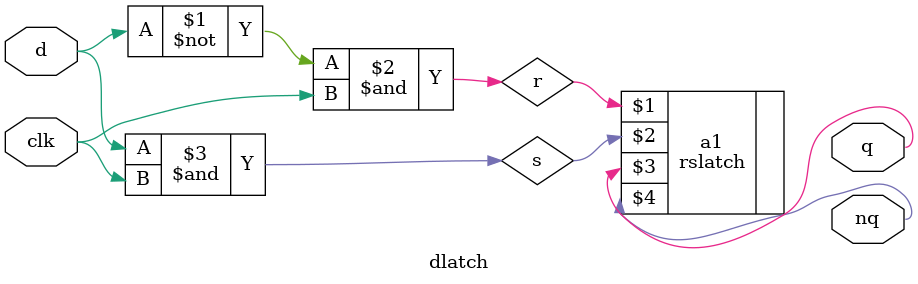
<source format=v>
module dlatch(clk, d, q, nq);

	input 	clk, d;
	output 	q, nq;
	wire  	r, s;

	assign r = ~d & clk;
	assign s = d & clk;

	rslatch a1(r, s, q, nq);

endmodule

</source>
